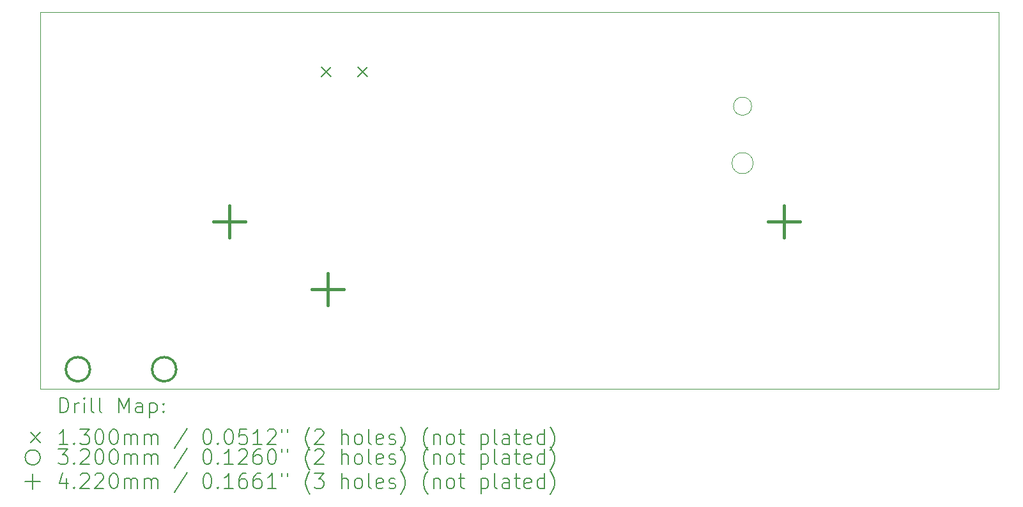
<source format=gbr>
%TF.GenerationSoftware,KiCad,Pcbnew,8.0.0-rc1*%
%TF.CreationDate,2024-01-27T15:59:48+03:00*%
%TF.ProjectId,RP2040_minimal,52503230-3430-45f6-9d69-6e696d616c2e,REV1*%
%TF.SameCoordinates,Original*%
%TF.FileFunction,Drillmap*%
%TF.FilePolarity,Positive*%
%FSLAX45Y45*%
G04 Gerber Fmt 4.5, Leading zero omitted, Abs format (unit mm)*
G04 Created by KiCad (PCBNEW 8.0.0-rc1) date 2024-01-27 15:59:48*
%MOMM*%
%LPD*%
G01*
G04 APERTURE LIST*
%ADD10C,0.050000*%
%ADD11C,0.200000*%
%ADD12C,0.130000*%
%ADD13C,0.320000*%
%ADD14C,0.422000*%
G04 APERTURE END LIST*
D10*
X10906250Y-8310600D02*
X23606250Y-8310600D01*
X23606250Y-13310600D01*
X10906250Y-13310600D01*
X10906250Y-8310600D01*
X20330250Y-9560600D02*
G75*
G02*
X20090250Y-9560600I-120000J0D01*
G01*
X20090250Y-9560600D02*
G75*
G02*
X20330250Y-9560600I120000J0D01*
G01*
X20350250Y-10315600D02*
G75*
G02*
X20070250Y-10315600I-140000J0D01*
G01*
X20070250Y-10315600D02*
G75*
G02*
X20350250Y-10315600I140000J0D01*
G01*
D11*
D12*
X14629250Y-9038600D02*
X14759250Y-9168600D01*
X14759250Y-9038600D02*
X14629250Y-9168600D01*
X15109250Y-9038600D02*
X15239250Y-9168600D01*
X15239250Y-9038600D02*
X15109250Y-9168600D01*
D13*
X11563000Y-13048000D02*
G75*
G02*
X11243000Y-13048000I-160000J0D01*
G01*
X11243000Y-13048000D02*
G75*
G02*
X11563000Y-13048000I160000J0D01*
G01*
X12706000Y-13048000D02*
G75*
G02*
X12386000Y-13048000I-160000J0D01*
G01*
X12386000Y-13048000D02*
G75*
G02*
X12706000Y-13048000I160000J0D01*
G01*
D14*
X13407250Y-10881600D02*
X13407250Y-11303600D01*
X13196250Y-11092600D02*
X13618250Y-11092600D01*
X14710751Y-11779600D02*
X14710751Y-12201600D01*
X14499751Y-11990600D02*
X14921751Y-11990600D01*
X20757250Y-10881600D02*
X20757250Y-11303600D01*
X20546250Y-11092600D02*
X20968250Y-11092600D01*
D11*
X11164527Y-13624584D02*
X11164527Y-13424584D01*
X11164527Y-13424584D02*
X11212146Y-13424584D01*
X11212146Y-13424584D02*
X11240717Y-13434108D01*
X11240717Y-13434108D02*
X11259765Y-13453155D01*
X11259765Y-13453155D02*
X11269289Y-13472203D01*
X11269289Y-13472203D02*
X11278812Y-13510298D01*
X11278812Y-13510298D02*
X11278812Y-13538869D01*
X11278812Y-13538869D02*
X11269289Y-13576965D01*
X11269289Y-13576965D02*
X11259765Y-13596012D01*
X11259765Y-13596012D02*
X11240717Y-13615060D01*
X11240717Y-13615060D02*
X11212146Y-13624584D01*
X11212146Y-13624584D02*
X11164527Y-13624584D01*
X11364527Y-13624584D02*
X11364527Y-13491250D01*
X11364527Y-13529346D02*
X11374051Y-13510298D01*
X11374051Y-13510298D02*
X11383574Y-13500774D01*
X11383574Y-13500774D02*
X11402622Y-13491250D01*
X11402622Y-13491250D02*
X11421670Y-13491250D01*
X11488336Y-13624584D02*
X11488336Y-13491250D01*
X11488336Y-13424584D02*
X11478812Y-13434108D01*
X11478812Y-13434108D02*
X11488336Y-13443631D01*
X11488336Y-13443631D02*
X11497860Y-13434108D01*
X11497860Y-13434108D02*
X11488336Y-13424584D01*
X11488336Y-13424584D02*
X11488336Y-13443631D01*
X11612146Y-13624584D02*
X11593098Y-13615060D01*
X11593098Y-13615060D02*
X11583574Y-13596012D01*
X11583574Y-13596012D02*
X11583574Y-13424584D01*
X11716908Y-13624584D02*
X11697860Y-13615060D01*
X11697860Y-13615060D02*
X11688336Y-13596012D01*
X11688336Y-13596012D02*
X11688336Y-13424584D01*
X11945479Y-13624584D02*
X11945479Y-13424584D01*
X11945479Y-13424584D02*
X12012146Y-13567441D01*
X12012146Y-13567441D02*
X12078812Y-13424584D01*
X12078812Y-13424584D02*
X12078812Y-13624584D01*
X12259765Y-13624584D02*
X12259765Y-13519822D01*
X12259765Y-13519822D02*
X12250241Y-13500774D01*
X12250241Y-13500774D02*
X12231193Y-13491250D01*
X12231193Y-13491250D02*
X12193098Y-13491250D01*
X12193098Y-13491250D02*
X12174051Y-13500774D01*
X12259765Y-13615060D02*
X12240717Y-13624584D01*
X12240717Y-13624584D02*
X12193098Y-13624584D01*
X12193098Y-13624584D02*
X12174051Y-13615060D01*
X12174051Y-13615060D02*
X12164527Y-13596012D01*
X12164527Y-13596012D02*
X12164527Y-13576965D01*
X12164527Y-13576965D02*
X12174051Y-13557917D01*
X12174051Y-13557917D02*
X12193098Y-13548393D01*
X12193098Y-13548393D02*
X12240717Y-13548393D01*
X12240717Y-13548393D02*
X12259765Y-13538869D01*
X12355003Y-13491250D02*
X12355003Y-13691250D01*
X12355003Y-13500774D02*
X12374051Y-13491250D01*
X12374051Y-13491250D02*
X12412146Y-13491250D01*
X12412146Y-13491250D02*
X12431193Y-13500774D01*
X12431193Y-13500774D02*
X12440717Y-13510298D01*
X12440717Y-13510298D02*
X12450241Y-13529346D01*
X12450241Y-13529346D02*
X12450241Y-13586488D01*
X12450241Y-13586488D02*
X12440717Y-13605536D01*
X12440717Y-13605536D02*
X12431193Y-13615060D01*
X12431193Y-13615060D02*
X12412146Y-13624584D01*
X12412146Y-13624584D02*
X12374051Y-13624584D01*
X12374051Y-13624584D02*
X12355003Y-13615060D01*
X12535955Y-13605536D02*
X12545479Y-13615060D01*
X12545479Y-13615060D02*
X12535955Y-13624584D01*
X12535955Y-13624584D02*
X12526432Y-13615060D01*
X12526432Y-13615060D02*
X12535955Y-13605536D01*
X12535955Y-13605536D02*
X12535955Y-13624584D01*
X12535955Y-13500774D02*
X12545479Y-13510298D01*
X12545479Y-13510298D02*
X12535955Y-13519822D01*
X12535955Y-13519822D02*
X12526432Y-13510298D01*
X12526432Y-13510298D02*
X12535955Y-13500774D01*
X12535955Y-13500774D02*
X12535955Y-13519822D01*
D12*
X10773750Y-13888100D02*
X10903750Y-14018100D01*
X10903750Y-13888100D02*
X10773750Y-14018100D01*
D11*
X11269289Y-14044584D02*
X11155003Y-14044584D01*
X11212146Y-14044584D02*
X11212146Y-13844584D01*
X11212146Y-13844584D02*
X11193098Y-13873155D01*
X11193098Y-13873155D02*
X11174051Y-13892203D01*
X11174051Y-13892203D02*
X11155003Y-13901727D01*
X11355003Y-14025536D02*
X11364527Y-14035060D01*
X11364527Y-14035060D02*
X11355003Y-14044584D01*
X11355003Y-14044584D02*
X11345479Y-14035060D01*
X11345479Y-14035060D02*
X11355003Y-14025536D01*
X11355003Y-14025536D02*
X11355003Y-14044584D01*
X11431193Y-13844584D02*
X11555003Y-13844584D01*
X11555003Y-13844584D02*
X11488336Y-13920774D01*
X11488336Y-13920774D02*
X11516908Y-13920774D01*
X11516908Y-13920774D02*
X11535955Y-13930298D01*
X11535955Y-13930298D02*
X11545479Y-13939822D01*
X11545479Y-13939822D02*
X11555003Y-13958869D01*
X11555003Y-13958869D02*
X11555003Y-14006488D01*
X11555003Y-14006488D02*
X11545479Y-14025536D01*
X11545479Y-14025536D02*
X11535955Y-14035060D01*
X11535955Y-14035060D02*
X11516908Y-14044584D01*
X11516908Y-14044584D02*
X11459765Y-14044584D01*
X11459765Y-14044584D02*
X11440717Y-14035060D01*
X11440717Y-14035060D02*
X11431193Y-14025536D01*
X11678812Y-13844584D02*
X11697860Y-13844584D01*
X11697860Y-13844584D02*
X11716908Y-13854108D01*
X11716908Y-13854108D02*
X11726432Y-13863631D01*
X11726432Y-13863631D02*
X11735955Y-13882679D01*
X11735955Y-13882679D02*
X11745479Y-13920774D01*
X11745479Y-13920774D02*
X11745479Y-13968393D01*
X11745479Y-13968393D02*
X11735955Y-14006488D01*
X11735955Y-14006488D02*
X11726432Y-14025536D01*
X11726432Y-14025536D02*
X11716908Y-14035060D01*
X11716908Y-14035060D02*
X11697860Y-14044584D01*
X11697860Y-14044584D02*
X11678812Y-14044584D01*
X11678812Y-14044584D02*
X11659765Y-14035060D01*
X11659765Y-14035060D02*
X11650241Y-14025536D01*
X11650241Y-14025536D02*
X11640717Y-14006488D01*
X11640717Y-14006488D02*
X11631193Y-13968393D01*
X11631193Y-13968393D02*
X11631193Y-13920774D01*
X11631193Y-13920774D02*
X11640717Y-13882679D01*
X11640717Y-13882679D02*
X11650241Y-13863631D01*
X11650241Y-13863631D02*
X11659765Y-13854108D01*
X11659765Y-13854108D02*
X11678812Y-13844584D01*
X11869289Y-13844584D02*
X11888336Y-13844584D01*
X11888336Y-13844584D02*
X11907384Y-13854108D01*
X11907384Y-13854108D02*
X11916908Y-13863631D01*
X11916908Y-13863631D02*
X11926432Y-13882679D01*
X11926432Y-13882679D02*
X11935955Y-13920774D01*
X11935955Y-13920774D02*
X11935955Y-13968393D01*
X11935955Y-13968393D02*
X11926432Y-14006488D01*
X11926432Y-14006488D02*
X11916908Y-14025536D01*
X11916908Y-14025536D02*
X11907384Y-14035060D01*
X11907384Y-14035060D02*
X11888336Y-14044584D01*
X11888336Y-14044584D02*
X11869289Y-14044584D01*
X11869289Y-14044584D02*
X11850241Y-14035060D01*
X11850241Y-14035060D02*
X11840717Y-14025536D01*
X11840717Y-14025536D02*
X11831193Y-14006488D01*
X11831193Y-14006488D02*
X11821670Y-13968393D01*
X11821670Y-13968393D02*
X11821670Y-13920774D01*
X11821670Y-13920774D02*
X11831193Y-13882679D01*
X11831193Y-13882679D02*
X11840717Y-13863631D01*
X11840717Y-13863631D02*
X11850241Y-13854108D01*
X11850241Y-13854108D02*
X11869289Y-13844584D01*
X12021670Y-14044584D02*
X12021670Y-13911250D01*
X12021670Y-13930298D02*
X12031193Y-13920774D01*
X12031193Y-13920774D02*
X12050241Y-13911250D01*
X12050241Y-13911250D02*
X12078813Y-13911250D01*
X12078813Y-13911250D02*
X12097860Y-13920774D01*
X12097860Y-13920774D02*
X12107384Y-13939822D01*
X12107384Y-13939822D02*
X12107384Y-14044584D01*
X12107384Y-13939822D02*
X12116908Y-13920774D01*
X12116908Y-13920774D02*
X12135955Y-13911250D01*
X12135955Y-13911250D02*
X12164527Y-13911250D01*
X12164527Y-13911250D02*
X12183574Y-13920774D01*
X12183574Y-13920774D02*
X12193098Y-13939822D01*
X12193098Y-13939822D02*
X12193098Y-14044584D01*
X12288336Y-14044584D02*
X12288336Y-13911250D01*
X12288336Y-13930298D02*
X12297860Y-13920774D01*
X12297860Y-13920774D02*
X12316908Y-13911250D01*
X12316908Y-13911250D02*
X12345479Y-13911250D01*
X12345479Y-13911250D02*
X12364527Y-13920774D01*
X12364527Y-13920774D02*
X12374051Y-13939822D01*
X12374051Y-13939822D02*
X12374051Y-14044584D01*
X12374051Y-13939822D02*
X12383574Y-13920774D01*
X12383574Y-13920774D02*
X12402622Y-13911250D01*
X12402622Y-13911250D02*
X12431193Y-13911250D01*
X12431193Y-13911250D02*
X12450241Y-13920774D01*
X12450241Y-13920774D02*
X12459765Y-13939822D01*
X12459765Y-13939822D02*
X12459765Y-14044584D01*
X12850241Y-13835060D02*
X12678813Y-14092203D01*
X13107384Y-13844584D02*
X13126432Y-13844584D01*
X13126432Y-13844584D02*
X13145479Y-13854108D01*
X13145479Y-13854108D02*
X13155003Y-13863631D01*
X13155003Y-13863631D02*
X13164527Y-13882679D01*
X13164527Y-13882679D02*
X13174051Y-13920774D01*
X13174051Y-13920774D02*
X13174051Y-13968393D01*
X13174051Y-13968393D02*
X13164527Y-14006488D01*
X13164527Y-14006488D02*
X13155003Y-14025536D01*
X13155003Y-14025536D02*
X13145479Y-14035060D01*
X13145479Y-14035060D02*
X13126432Y-14044584D01*
X13126432Y-14044584D02*
X13107384Y-14044584D01*
X13107384Y-14044584D02*
X13088336Y-14035060D01*
X13088336Y-14035060D02*
X13078813Y-14025536D01*
X13078813Y-14025536D02*
X13069289Y-14006488D01*
X13069289Y-14006488D02*
X13059765Y-13968393D01*
X13059765Y-13968393D02*
X13059765Y-13920774D01*
X13059765Y-13920774D02*
X13069289Y-13882679D01*
X13069289Y-13882679D02*
X13078813Y-13863631D01*
X13078813Y-13863631D02*
X13088336Y-13854108D01*
X13088336Y-13854108D02*
X13107384Y-13844584D01*
X13259765Y-14025536D02*
X13269289Y-14035060D01*
X13269289Y-14035060D02*
X13259765Y-14044584D01*
X13259765Y-14044584D02*
X13250241Y-14035060D01*
X13250241Y-14035060D02*
X13259765Y-14025536D01*
X13259765Y-14025536D02*
X13259765Y-14044584D01*
X13393098Y-13844584D02*
X13412146Y-13844584D01*
X13412146Y-13844584D02*
X13431194Y-13854108D01*
X13431194Y-13854108D02*
X13440717Y-13863631D01*
X13440717Y-13863631D02*
X13450241Y-13882679D01*
X13450241Y-13882679D02*
X13459765Y-13920774D01*
X13459765Y-13920774D02*
X13459765Y-13968393D01*
X13459765Y-13968393D02*
X13450241Y-14006488D01*
X13450241Y-14006488D02*
X13440717Y-14025536D01*
X13440717Y-14025536D02*
X13431194Y-14035060D01*
X13431194Y-14035060D02*
X13412146Y-14044584D01*
X13412146Y-14044584D02*
X13393098Y-14044584D01*
X13393098Y-14044584D02*
X13374051Y-14035060D01*
X13374051Y-14035060D02*
X13364527Y-14025536D01*
X13364527Y-14025536D02*
X13355003Y-14006488D01*
X13355003Y-14006488D02*
X13345479Y-13968393D01*
X13345479Y-13968393D02*
X13345479Y-13920774D01*
X13345479Y-13920774D02*
X13355003Y-13882679D01*
X13355003Y-13882679D02*
X13364527Y-13863631D01*
X13364527Y-13863631D02*
X13374051Y-13854108D01*
X13374051Y-13854108D02*
X13393098Y-13844584D01*
X13640717Y-13844584D02*
X13545479Y-13844584D01*
X13545479Y-13844584D02*
X13535956Y-13939822D01*
X13535956Y-13939822D02*
X13545479Y-13930298D01*
X13545479Y-13930298D02*
X13564527Y-13920774D01*
X13564527Y-13920774D02*
X13612146Y-13920774D01*
X13612146Y-13920774D02*
X13631194Y-13930298D01*
X13631194Y-13930298D02*
X13640717Y-13939822D01*
X13640717Y-13939822D02*
X13650241Y-13958869D01*
X13650241Y-13958869D02*
X13650241Y-14006488D01*
X13650241Y-14006488D02*
X13640717Y-14025536D01*
X13640717Y-14025536D02*
X13631194Y-14035060D01*
X13631194Y-14035060D02*
X13612146Y-14044584D01*
X13612146Y-14044584D02*
X13564527Y-14044584D01*
X13564527Y-14044584D02*
X13545479Y-14035060D01*
X13545479Y-14035060D02*
X13535956Y-14025536D01*
X13840717Y-14044584D02*
X13726432Y-14044584D01*
X13783575Y-14044584D02*
X13783575Y-13844584D01*
X13783575Y-13844584D02*
X13764527Y-13873155D01*
X13764527Y-13873155D02*
X13745479Y-13892203D01*
X13745479Y-13892203D02*
X13726432Y-13901727D01*
X13916908Y-13863631D02*
X13926432Y-13854108D01*
X13926432Y-13854108D02*
X13945479Y-13844584D01*
X13945479Y-13844584D02*
X13993098Y-13844584D01*
X13993098Y-13844584D02*
X14012146Y-13854108D01*
X14012146Y-13854108D02*
X14021670Y-13863631D01*
X14021670Y-13863631D02*
X14031194Y-13882679D01*
X14031194Y-13882679D02*
X14031194Y-13901727D01*
X14031194Y-13901727D02*
X14021670Y-13930298D01*
X14021670Y-13930298D02*
X13907384Y-14044584D01*
X13907384Y-14044584D02*
X14031194Y-14044584D01*
X14107384Y-13844584D02*
X14107384Y-13882679D01*
X14183575Y-13844584D02*
X14183575Y-13882679D01*
X14478813Y-14120774D02*
X14469289Y-14111250D01*
X14469289Y-14111250D02*
X14450241Y-14082679D01*
X14450241Y-14082679D02*
X14440718Y-14063631D01*
X14440718Y-14063631D02*
X14431194Y-14035060D01*
X14431194Y-14035060D02*
X14421670Y-13987441D01*
X14421670Y-13987441D02*
X14421670Y-13949346D01*
X14421670Y-13949346D02*
X14431194Y-13901727D01*
X14431194Y-13901727D02*
X14440718Y-13873155D01*
X14440718Y-13873155D02*
X14450241Y-13854108D01*
X14450241Y-13854108D02*
X14469289Y-13825536D01*
X14469289Y-13825536D02*
X14478813Y-13816012D01*
X14545479Y-13863631D02*
X14555003Y-13854108D01*
X14555003Y-13854108D02*
X14574051Y-13844584D01*
X14574051Y-13844584D02*
X14621670Y-13844584D01*
X14621670Y-13844584D02*
X14640718Y-13854108D01*
X14640718Y-13854108D02*
X14650241Y-13863631D01*
X14650241Y-13863631D02*
X14659765Y-13882679D01*
X14659765Y-13882679D02*
X14659765Y-13901727D01*
X14659765Y-13901727D02*
X14650241Y-13930298D01*
X14650241Y-13930298D02*
X14535956Y-14044584D01*
X14535956Y-14044584D02*
X14659765Y-14044584D01*
X14897860Y-14044584D02*
X14897860Y-13844584D01*
X14983575Y-14044584D02*
X14983575Y-13939822D01*
X14983575Y-13939822D02*
X14974051Y-13920774D01*
X14974051Y-13920774D02*
X14955003Y-13911250D01*
X14955003Y-13911250D02*
X14926432Y-13911250D01*
X14926432Y-13911250D02*
X14907384Y-13920774D01*
X14907384Y-13920774D02*
X14897860Y-13930298D01*
X15107384Y-14044584D02*
X15088337Y-14035060D01*
X15088337Y-14035060D02*
X15078813Y-14025536D01*
X15078813Y-14025536D02*
X15069289Y-14006488D01*
X15069289Y-14006488D02*
X15069289Y-13949346D01*
X15069289Y-13949346D02*
X15078813Y-13930298D01*
X15078813Y-13930298D02*
X15088337Y-13920774D01*
X15088337Y-13920774D02*
X15107384Y-13911250D01*
X15107384Y-13911250D02*
X15135956Y-13911250D01*
X15135956Y-13911250D02*
X15155003Y-13920774D01*
X15155003Y-13920774D02*
X15164527Y-13930298D01*
X15164527Y-13930298D02*
X15174051Y-13949346D01*
X15174051Y-13949346D02*
X15174051Y-14006488D01*
X15174051Y-14006488D02*
X15164527Y-14025536D01*
X15164527Y-14025536D02*
X15155003Y-14035060D01*
X15155003Y-14035060D02*
X15135956Y-14044584D01*
X15135956Y-14044584D02*
X15107384Y-14044584D01*
X15288337Y-14044584D02*
X15269289Y-14035060D01*
X15269289Y-14035060D02*
X15259765Y-14016012D01*
X15259765Y-14016012D02*
X15259765Y-13844584D01*
X15440718Y-14035060D02*
X15421670Y-14044584D01*
X15421670Y-14044584D02*
X15383575Y-14044584D01*
X15383575Y-14044584D02*
X15364527Y-14035060D01*
X15364527Y-14035060D02*
X15355003Y-14016012D01*
X15355003Y-14016012D02*
X15355003Y-13939822D01*
X15355003Y-13939822D02*
X15364527Y-13920774D01*
X15364527Y-13920774D02*
X15383575Y-13911250D01*
X15383575Y-13911250D02*
X15421670Y-13911250D01*
X15421670Y-13911250D02*
X15440718Y-13920774D01*
X15440718Y-13920774D02*
X15450241Y-13939822D01*
X15450241Y-13939822D02*
X15450241Y-13958869D01*
X15450241Y-13958869D02*
X15355003Y-13977917D01*
X15526432Y-14035060D02*
X15545480Y-14044584D01*
X15545480Y-14044584D02*
X15583575Y-14044584D01*
X15583575Y-14044584D02*
X15602622Y-14035060D01*
X15602622Y-14035060D02*
X15612146Y-14016012D01*
X15612146Y-14016012D02*
X15612146Y-14006488D01*
X15612146Y-14006488D02*
X15602622Y-13987441D01*
X15602622Y-13987441D02*
X15583575Y-13977917D01*
X15583575Y-13977917D02*
X15555003Y-13977917D01*
X15555003Y-13977917D02*
X15535956Y-13968393D01*
X15535956Y-13968393D02*
X15526432Y-13949346D01*
X15526432Y-13949346D02*
X15526432Y-13939822D01*
X15526432Y-13939822D02*
X15535956Y-13920774D01*
X15535956Y-13920774D02*
X15555003Y-13911250D01*
X15555003Y-13911250D02*
X15583575Y-13911250D01*
X15583575Y-13911250D02*
X15602622Y-13920774D01*
X15678813Y-14120774D02*
X15688337Y-14111250D01*
X15688337Y-14111250D02*
X15707384Y-14082679D01*
X15707384Y-14082679D02*
X15716908Y-14063631D01*
X15716908Y-14063631D02*
X15726432Y-14035060D01*
X15726432Y-14035060D02*
X15735956Y-13987441D01*
X15735956Y-13987441D02*
X15735956Y-13949346D01*
X15735956Y-13949346D02*
X15726432Y-13901727D01*
X15726432Y-13901727D02*
X15716908Y-13873155D01*
X15716908Y-13873155D02*
X15707384Y-13854108D01*
X15707384Y-13854108D02*
X15688337Y-13825536D01*
X15688337Y-13825536D02*
X15678813Y-13816012D01*
X16040718Y-14120774D02*
X16031194Y-14111250D01*
X16031194Y-14111250D02*
X16012146Y-14082679D01*
X16012146Y-14082679D02*
X16002622Y-14063631D01*
X16002622Y-14063631D02*
X15993099Y-14035060D01*
X15993099Y-14035060D02*
X15983575Y-13987441D01*
X15983575Y-13987441D02*
X15983575Y-13949346D01*
X15983575Y-13949346D02*
X15993099Y-13901727D01*
X15993099Y-13901727D02*
X16002622Y-13873155D01*
X16002622Y-13873155D02*
X16012146Y-13854108D01*
X16012146Y-13854108D02*
X16031194Y-13825536D01*
X16031194Y-13825536D02*
X16040718Y-13816012D01*
X16116908Y-13911250D02*
X16116908Y-14044584D01*
X16116908Y-13930298D02*
X16126432Y-13920774D01*
X16126432Y-13920774D02*
X16145480Y-13911250D01*
X16145480Y-13911250D02*
X16174051Y-13911250D01*
X16174051Y-13911250D02*
X16193099Y-13920774D01*
X16193099Y-13920774D02*
X16202622Y-13939822D01*
X16202622Y-13939822D02*
X16202622Y-14044584D01*
X16326432Y-14044584D02*
X16307384Y-14035060D01*
X16307384Y-14035060D02*
X16297861Y-14025536D01*
X16297861Y-14025536D02*
X16288337Y-14006488D01*
X16288337Y-14006488D02*
X16288337Y-13949346D01*
X16288337Y-13949346D02*
X16297861Y-13930298D01*
X16297861Y-13930298D02*
X16307384Y-13920774D01*
X16307384Y-13920774D02*
X16326432Y-13911250D01*
X16326432Y-13911250D02*
X16355003Y-13911250D01*
X16355003Y-13911250D02*
X16374051Y-13920774D01*
X16374051Y-13920774D02*
X16383575Y-13930298D01*
X16383575Y-13930298D02*
X16393099Y-13949346D01*
X16393099Y-13949346D02*
X16393099Y-14006488D01*
X16393099Y-14006488D02*
X16383575Y-14025536D01*
X16383575Y-14025536D02*
X16374051Y-14035060D01*
X16374051Y-14035060D02*
X16355003Y-14044584D01*
X16355003Y-14044584D02*
X16326432Y-14044584D01*
X16450242Y-13911250D02*
X16526432Y-13911250D01*
X16478813Y-13844584D02*
X16478813Y-14016012D01*
X16478813Y-14016012D02*
X16488337Y-14035060D01*
X16488337Y-14035060D02*
X16507384Y-14044584D01*
X16507384Y-14044584D02*
X16526432Y-14044584D01*
X16745480Y-13911250D02*
X16745480Y-14111250D01*
X16745480Y-13920774D02*
X16764527Y-13911250D01*
X16764527Y-13911250D02*
X16802623Y-13911250D01*
X16802623Y-13911250D02*
X16821670Y-13920774D01*
X16821670Y-13920774D02*
X16831194Y-13930298D01*
X16831194Y-13930298D02*
X16840718Y-13949346D01*
X16840718Y-13949346D02*
X16840718Y-14006488D01*
X16840718Y-14006488D02*
X16831194Y-14025536D01*
X16831194Y-14025536D02*
X16821670Y-14035060D01*
X16821670Y-14035060D02*
X16802623Y-14044584D01*
X16802623Y-14044584D02*
X16764527Y-14044584D01*
X16764527Y-14044584D02*
X16745480Y-14035060D01*
X16955004Y-14044584D02*
X16935956Y-14035060D01*
X16935956Y-14035060D02*
X16926432Y-14016012D01*
X16926432Y-14016012D02*
X16926432Y-13844584D01*
X17116908Y-14044584D02*
X17116908Y-13939822D01*
X17116908Y-13939822D02*
X17107385Y-13920774D01*
X17107385Y-13920774D02*
X17088337Y-13911250D01*
X17088337Y-13911250D02*
X17050242Y-13911250D01*
X17050242Y-13911250D02*
X17031194Y-13920774D01*
X17116908Y-14035060D02*
X17097861Y-14044584D01*
X17097861Y-14044584D02*
X17050242Y-14044584D01*
X17050242Y-14044584D02*
X17031194Y-14035060D01*
X17031194Y-14035060D02*
X17021670Y-14016012D01*
X17021670Y-14016012D02*
X17021670Y-13996965D01*
X17021670Y-13996965D02*
X17031194Y-13977917D01*
X17031194Y-13977917D02*
X17050242Y-13968393D01*
X17050242Y-13968393D02*
X17097861Y-13968393D01*
X17097861Y-13968393D02*
X17116908Y-13958869D01*
X17183575Y-13911250D02*
X17259765Y-13911250D01*
X17212146Y-13844584D02*
X17212146Y-14016012D01*
X17212146Y-14016012D02*
X17221670Y-14035060D01*
X17221670Y-14035060D02*
X17240718Y-14044584D01*
X17240718Y-14044584D02*
X17259765Y-14044584D01*
X17402623Y-14035060D02*
X17383575Y-14044584D01*
X17383575Y-14044584D02*
X17345480Y-14044584D01*
X17345480Y-14044584D02*
X17326432Y-14035060D01*
X17326432Y-14035060D02*
X17316908Y-14016012D01*
X17316908Y-14016012D02*
X17316908Y-13939822D01*
X17316908Y-13939822D02*
X17326432Y-13920774D01*
X17326432Y-13920774D02*
X17345480Y-13911250D01*
X17345480Y-13911250D02*
X17383575Y-13911250D01*
X17383575Y-13911250D02*
X17402623Y-13920774D01*
X17402623Y-13920774D02*
X17412146Y-13939822D01*
X17412146Y-13939822D02*
X17412146Y-13958869D01*
X17412146Y-13958869D02*
X17316908Y-13977917D01*
X17583575Y-14044584D02*
X17583575Y-13844584D01*
X17583575Y-14035060D02*
X17564527Y-14044584D01*
X17564527Y-14044584D02*
X17526432Y-14044584D01*
X17526432Y-14044584D02*
X17507385Y-14035060D01*
X17507385Y-14035060D02*
X17497861Y-14025536D01*
X17497861Y-14025536D02*
X17488337Y-14006488D01*
X17488337Y-14006488D02*
X17488337Y-13949346D01*
X17488337Y-13949346D02*
X17497861Y-13930298D01*
X17497861Y-13930298D02*
X17507385Y-13920774D01*
X17507385Y-13920774D02*
X17526432Y-13911250D01*
X17526432Y-13911250D02*
X17564527Y-13911250D01*
X17564527Y-13911250D02*
X17583575Y-13920774D01*
X17659766Y-14120774D02*
X17669289Y-14111250D01*
X17669289Y-14111250D02*
X17688337Y-14082679D01*
X17688337Y-14082679D02*
X17697861Y-14063631D01*
X17697861Y-14063631D02*
X17707385Y-14035060D01*
X17707385Y-14035060D02*
X17716908Y-13987441D01*
X17716908Y-13987441D02*
X17716908Y-13949346D01*
X17716908Y-13949346D02*
X17707385Y-13901727D01*
X17707385Y-13901727D02*
X17697861Y-13873155D01*
X17697861Y-13873155D02*
X17688337Y-13854108D01*
X17688337Y-13854108D02*
X17669289Y-13825536D01*
X17669289Y-13825536D02*
X17659766Y-13816012D01*
X10903750Y-14217100D02*
G75*
G02*
X10703750Y-14217100I-100000J0D01*
G01*
X10703750Y-14217100D02*
G75*
G02*
X10903750Y-14217100I100000J0D01*
G01*
X11145479Y-14108584D02*
X11269289Y-14108584D01*
X11269289Y-14108584D02*
X11202622Y-14184774D01*
X11202622Y-14184774D02*
X11231193Y-14184774D01*
X11231193Y-14184774D02*
X11250241Y-14194298D01*
X11250241Y-14194298D02*
X11259765Y-14203822D01*
X11259765Y-14203822D02*
X11269289Y-14222869D01*
X11269289Y-14222869D02*
X11269289Y-14270488D01*
X11269289Y-14270488D02*
X11259765Y-14289536D01*
X11259765Y-14289536D02*
X11250241Y-14299060D01*
X11250241Y-14299060D02*
X11231193Y-14308584D01*
X11231193Y-14308584D02*
X11174051Y-14308584D01*
X11174051Y-14308584D02*
X11155003Y-14299060D01*
X11155003Y-14299060D02*
X11145479Y-14289536D01*
X11355003Y-14289536D02*
X11364527Y-14299060D01*
X11364527Y-14299060D02*
X11355003Y-14308584D01*
X11355003Y-14308584D02*
X11345479Y-14299060D01*
X11345479Y-14299060D02*
X11355003Y-14289536D01*
X11355003Y-14289536D02*
X11355003Y-14308584D01*
X11440717Y-14127631D02*
X11450241Y-14118108D01*
X11450241Y-14118108D02*
X11469289Y-14108584D01*
X11469289Y-14108584D02*
X11516908Y-14108584D01*
X11516908Y-14108584D02*
X11535955Y-14118108D01*
X11535955Y-14118108D02*
X11545479Y-14127631D01*
X11545479Y-14127631D02*
X11555003Y-14146679D01*
X11555003Y-14146679D02*
X11555003Y-14165727D01*
X11555003Y-14165727D02*
X11545479Y-14194298D01*
X11545479Y-14194298D02*
X11431193Y-14308584D01*
X11431193Y-14308584D02*
X11555003Y-14308584D01*
X11678812Y-14108584D02*
X11697860Y-14108584D01*
X11697860Y-14108584D02*
X11716908Y-14118108D01*
X11716908Y-14118108D02*
X11726432Y-14127631D01*
X11726432Y-14127631D02*
X11735955Y-14146679D01*
X11735955Y-14146679D02*
X11745479Y-14184774D01*
X11745479Y-14184774D02*
X11745479Y-14232393D01*
X11745479Y-14232393D02*
X11735955Y-14270488D01*
X11735955Y-14270488D02*
X11726432Y-14289536D01*
X11726432Y-14289536D02*
X11716908Y-14299060D01*
X11716908Y-14299060D02*
X11697860Y-14308584D01*
X11697860Y-14308584D02*
X11678812Y-14308584D01*
X11678812Y-14308584D02*
X11659765Y-14299060D01*
X11659765Y-14299060D02*
X11650241Y-14289536D01*
X11650241Y-14289536D02*
X11640717Y-14270488D01*
X11640717Y-14270488D02*
X11631193Y-14232393D01*
X11631193Y-14232393D02*
X11631193Y-14184774D01*
X11631193Y-14184774D02*
X11640717Y-14146679D01*
X11640717Y-14146679D02*
X11650241Y-14127631D01*
X11650241Y-14127631D02*
X11659765Y-14118108D01*
X11659765Y-14118108D02*
X11678812Y-14108584D01*
X11869289Y-14108584D02*
X11888336Y-14108584D01*
X11888336Y-14108584D02*
X11907384Y-14118108D01*
X11907384Y-14118108D02*
X11916908Y-14127631D01*
X11916908Y-14127631D02*
X11926432Y-14146679D01*
X11926432Y-14146679D02*
X11935955Y-14184774D01*
X11935955Y-14184774D02*
X11935955Y-14232393D01*
X11935955Y-14232393D02*
X11926432Y-14270488D01*
X11926432Y-14270488D02*
X11916908Y-14289536D01*
X11916908Y-14289536D02*
X11907384Y-14299060D01*
X11907384Y-14299060D02*
X11888336Y-14308584D01*
X11888336Y-14308584D02*
X11869289Y-14308584D01*
X11869289Y-14308584D02*
X11850241Y-14299060D01*
X11850241Y-14299060D02*
X11840717Y-14289536D01*
X11840717Y-14289536D02*
X11831193Y-14270488D01*
X11831193Y-14270488D02*
X11821670Y-14232393D01*
X11821670Y-14232393D02*
X11821670Y-14184774D01*
X11821670Y-14184774D02*
X11831193Y-14146679D01*
X11831193Y-14146679D02*
X11840717Y-14127631D01*
X11840717Y-14127631D02*
X11850241Y-14118108D01*
X11850241Y-14118108D02*
X11869289Y-14108584D01*
X12021670Y-14308584D02*
X12021670Y-14175250D01*
X12021670Y-14194298D02*
X12031193Y-14184774D01*
X12031193Y-14184774D02*
X12050241Y-14175250D01*
X12050241Y-14175250D02*
X12078813Y-14175250D01*
X12078813Y-14175250D02*
X12097860Y-14184774D01*
X12097860Y-14184774D02*
X12107384Y-14203822D01*
X12107384Y-14203822D02*
X12107384Y-14308584D01*
X12107384Y-14203822D02*
X12116908Y-14184774D01*
X12116908Y-14184774D02*
X12135955Y-14175250D01*
X12135955Y-14175250D02*
X12164527Y-14175250D01*
X12164527Y-14175250D02*
X12183574Y-14184774D01*
X12183574Y-14184774D02*
X12193098Y-14203822D01*
X12193098Y-14203822D02*
X12193098Y-14308584D01*
X12288336Y-14308584D02*
X12288336Y-14175250D01*
X12288336Y-14194298D02*
X12297860Y-14184774D01*
X12297860Y-14184774D02*
X12316908Y-14175250D01*
X12316908Y-14175250D02*
X12345479Y-14175250D01*
X12345479Y-14175250D02*
X12364527Y-14184774D01*
X12364527Y-14184774D02*
X12374051Y-14203822D01*
X12374051Y-14203822D02*
X12374051Y-14308584D01*
X12374051Y-14203822D02*
X12383574Y-14184774D01*
X12383574Y-14184774D02*
X12402622Y-14175250D01*
X12402622Y-14175250D02*
X12431193Y-14175250D01*
X12431193Y-14175250D02*
X12450241Y-14184774D01*
X12450241Y-14184774D02*
X12459765Y-14203822D01*
X12459765Y-14203822D02*
X12459765Y-14308584D01*
X12850241Y-14099060D02*
X12678813Y-14356203D01*
X13107384Y-14108584D02*
X13126432Y-14108584D01*
X13126432Y-14108584D02*
X13145479Y-14118108D01*
X13145479Y-14118108D02*
X13155003Y-14127631D01*
X13155003Y-14127631D02*
X13164527Y-14146679D01*
X13164527Y-14146679D02*
X13174051Y-14184774D01*
X13174051Y-14184774D02*
X13174051Y-14232393D01*
X13174051Y-14232393D02*
X13164527Y-14270488D01*
X13164527Y-14270488D02*
X13155003Y-14289536D01*
X13155003Y-14289536D02*
X13145479Y-14299060D01*
X13145479Y-14299060D02*
X13126432Y-14308584D01*
X13126432Y-14308584D02*
X13107384Y-14308584D01*
X13107384Y-14308584D02*
X13088336Y-14299060D01*
X13088336Y-14299060D02*
X13078813Y-14289536D01*
X13078813Y-14289536D02*
X13069289Y-14270488D01*
X13069289Y-14270488D02*
X13059765Y-14232393D01*
X13059765Y-14232393D02*
X13059765Y-14184774D01*
X13059765Y-14184774D02*
X13069289Y-14146679D01*
X13069289Y-14146679D02*
X13078813Y-14127631D01*
X13078813Y-14127631D02*
X13088336Y-14118108D01*
X13088336Y-14118108D02*
X13107384Y-14108584D01*
X13259765Y-14289536D02*
X13269289Y-14299060D01*
X13269289Y-14299060D02*
X13259765Y-14308584D01*
X13259765Y-14308584D02*
X13250241Y-14299060D01*
X13250241Y-14299060D02*
X13259765Y-14289536D01*
X13259765Y-14289536D02*
X13259765Y-14308584D01*
X13459765Y-14308584D02*
X13345479Y-14308584D01*
X13402622Y-14308584D02*
X13402622Y-14108584D01*
X13402622Y-14108584D02*
X13383575Y-14137155D01*
X13383575Y-14137155D02*
X13364527Y-14156203D01*
X13364527Y-14156203D02*
X13345479Y-14165727D01*
X13535956Y-14127631D02*
X13545479Y-14118108D01*
X13545479Y-14118108D02*
X13564527Y-14108584D01*
X13564527Y-14108584D02*
X13612146Y-14108584D01*
X13612146Y-14108584D02*
X13631194Y-14118108D01*
X13631194Y-14118108D02*
X13640717Y-14127631D01*
X13640717Y-14127631D02*
X13650241Y-14146679D01*
X13650241Y-14146679D02*
X13650241Y-14165727D01*
X13650241Y-14165727D02*
X13640717Y-14194298D01*
X13640717Y-14194298D02*
X13526432Y-14308584D01*
X13526432Y-14308584D02*
X13650241Y-14308584D01*
X13821670Y-14108584D02*
X13783575Y-14108584D01*
X13783575Y-14108584D02*
X13764527Y-14118108D01*
X13764527Y-14118108D02*
X13755003Y-14127631D01*
X13755003Y-14127631D02*
X13735956Y-14156203D01*
X13735956Y-14156203D02*
X13726432Y-14194298D01*
X13726432Y-14194298D02*
X13726432Y-14270488D01*
X13726432Y-14270488D02*
X13735956Y-14289536D01*
X13735956Y-14289536D02*
X13745479Y-14299060D01*
X13745479Y-14299060D02*
X13764527Y-14308584D01*
X13764527Y-14308584D02*
X13802622Y-14308584D01*
X13802622Y-14308584D02*
X13821670Y-14299060D01*
X13821670Y-14299060D02*
X13831194Y-14289536D01*
X13831194Y-14289536D02*
X13840717Y-14270488D01*
X13840717Y-14270488D02*
X13840717Y-14222869D01*
X13840717Y-14222869D02*
X13831194Y-14203822D01*
X13831194Y-14203822D02*
X13821670Y-14194298D01*
X13821670Y-14194298D02*
X13802622Y-14184774D01*
X13802622Y-14184774D02*
X13764527Y-14184774D01*
X13764527Y-14184774D02*
X13745479Y-14194298D01*
X13745479Y-14194298D02*
X13735956Y-14203822D01*
X13735956Y-14203822D02*
X13726432Y-14222869D01*
X13964527Y-14108584D02*
X13983575Y-14108584D01*
X13983575Y-14108584D02*
X14002622Y-14118108D01*
X14002622Y-14118108D02*
X14012146Y-14127631D01*
X14012146Y-14127631D02*
X14021670Y-14146679D01*
X14021670Y-14146679D02*
X14031194Y-14184774D01*
X14031194Y-14184774D02*
X14031194Y-14232393D01*
X14031194Y-14232393D02*
X14021670Y-14270488D01*
X14021670Y-14270488D02*
X14012146Y-14289536D01*
X14012146Y-14289536D02*
X14002622Y-14299060D01*
X14002622Y-14299060D02*
X13983575Y-14308584D01*
X13983575Y-14308584D02*
X13964527Y-14308584D01*
X13964527Y-14308584D02*
X13945479Y-14299060D01*
X13945479Y-14299060D02*
X13935956Y-14289536D01*
X13935956Y-14289536D02*
X13926432Y-14270488D01*
X13926432Y-14270488D02*
X13916908Y-14232393D01*
X13916908Y-14232393D02*
X13916908Y-14184774D01*
X13916908Y-14184774D02*
X13926432Y-14146679D01*
X13926432Y-14146679D02*
X13935956Y-14127631D01*
X13935956Y-14127631D02*
X13945479Y-14118108D01*
X13945479Y-14118108D02*
X13964527Y-14108584D01*
X14107384Y-14108584D02*
X14107384Y-14146679D01*
X14183575Y-14108584D02*
X14183575Y-14146679D01*
X14478813Y-14384774D02*
X14469289Y-14375250D01*
X14469289Y-14375250D02*
X14450241Y-14346679D01*
X14450241Y-14346679D02*
X14440718Y-14327631D01*
X14440718Y-14327631D02*
X14431194Y-14299060D01*
X14431194Y-14299060D02*
X14421670Y-14251441D01*
X14421670Y-14251441D02*
X14421670Y-14213346D01*
X14421670Y-14213346D02*
X14431194Y-14165727D01*
X14431194Y-14165727D02*
X14440718Y-14137155D01*
X14440718Y-14137155D02*
X14450241Y-14118108D01*
X14450241Y-14118108D02*
X14469289Y-14089536D01*
X14469289Y-14089536D02*
X14478813Y-14080012D01*
X14545479Y-14127631D02*
X14555003Y-14118108D01*
X14555003Y-14118108D02*
X14574051Y-14108584D01*
X14574051Y-14108584D02*
X14621670Y-14108584D01*
X14621670Y-14108584D02*
X14640718Y-14118108D01*
X14640718Y-14118108D02*
X14650241Y-14127631D01*
X14650241Y-14127631D02*
X14659765Y-14146679D01*
X14659765Y-14146679D02*
X14659765Y-14165727D01*
X14659765Y-14165727D02*
X14650241Y-14194298D01*
X14650241Y-14194298D02*
X14535956Y-14308584D01*
X14535956Y-14308584D02*
X14659765Y-14308584D01*
X14897860Y-14308584D02*
X14897860Y-14108584D01*
X14983575Y-14308584D02*
X14983575Y-14203822D01*
X14983575Y-14203822D02*
X14974051Y-14184774D01*
X14974051Y-14184774D02*
X14955003Y-14175250D01*
X14955003Y-14175250D02*
X14926432Y-14175250D01*
X14926432Y-14175250D02*
X14907384Y-14184774D01*
X14907384Y-14184774D02*
X14897860Y-14194298D01*
X15107384Y-14308584D02*
X15088337Y-14299060D01*
X15088337Y-14299060D02*
X15078813Y-14289536D01*
X15078813Y-14289536D02*
X15069289Y-14270488D01*
X15069289Y-14270488D02*
X15069289Y-14213346D01*
X15069289Y-14213346D02*
X15078813Y-14194298D01*
X15078813Y-14194298D02*
X15088337Y-14184774D01*
X15088337Y-14184774D02*
X15107384Y-14175250D01*
X15107384Y-14175250D02*
X15135956Y-14175250D01*
X15135956Y-14175250D02*
X15155003Y-14184774D01*
X15155003Y-14184774D02*
X15164527Y-14194298D01*
X15164527Y-14194298D02*
X15174051Y-14213346D01*
X15174051Y-14213346D02*
X15174051Y-14270488D01*
X15174051Y-14270488D02*
X15164527Y-14289536D01*
X15164527Y-14289536D02*
X15155003Y-14299060D01*
X15155003Y-14299060D02*
X15135956Y-14308584D01*
X15135956Y-14308584D02*
X15107384Y-14308584D01*
X15288337Y-14308584D02*
X15269289Y-14299060D01*
X15269289Y-14299060D02*
X15259765Y-14280012D01*
X15259765Y-14280012D02*
X15259765Y-14108584D01*
X15440718Y-14299060D02*
X15421670Y-14308584D01*
X15421670Y-14308584D02*
X15383575Y-14308584D01*
X15383575Y-14308584D02*
X15364527Y-14299060D01*
X15364527Y-14299060D02*
X15355003Y-14280012D01*
X15355003Y-14280012D02*
X15355003Y-14203822D01*
X15355003Y-14203822D02*
X15364527Y-14184774D01*
X15364527Y-14184774D02*
X15383575Y-14175250D01*
X15383575Y-14175250D02*
X15421670Y-14175250D01*
X15421670Y-14175250D02*
X15440718Y-14184774D01*
X15440718Y-14184774D02*
X15450241Y-14203822D01*
X15450241Y-14203822D02*
X15450241Y-14222869D01*
X15450241Y-14222869D02*
X15355003Y-14241917D01*
X15526432Y-14299060D02*
X15545480Y-14308584D01*
X15545480Y-14308584D02*
X15583575Y-14308584D01*
X15583575Y-14308584D02*
X15602622Y-14299060D01*
X15602622Y-14299060D02*
X15612146Y-14280012D01*
X15612146Y-14280012D02*
X15612146Y-14270488D01*
X15612146Y-14270488D02*
X15602622Y-14251441D01*
X15602622Y-14251441D02*
X15583575Y-14241917D01*
X15583575Y-14241917D02*
X15555003Y-14241917D01*
X15555003Y-14241917D02*
X15535956Y-14232393D01*
X15535956Y-14232393D02*
X15526432Y-14213346D01*
X15526432Y-14213346D02*
X15526432Y-14203822D01*
X15526432Y-14203822D02*
X15535956Y-14184774D01*
X15535956Y-14184774D02*
X15555003Y-14175250D01*
X15555003Y-14175250D02*
X15583575Y-14175250D01*
X15583575Y-14175250D02*
X15602622Y-14184774D01*
X15678813Y-14384774D02*
X15688337Y-14375250D01*
X15688337Y-14375250D02*
X15707384Y-14346679D01*
X15707384Y-14346679D02*
X15716908Y-14327631D01*
X15716908Y-14327631D02*
X15726432Y-14299060D01*
X15726432Y-14299060D02*
X15735956Y-14251441D01*
X15735956Y-14251441D02*
X15735956Y-14213346D01*
X15735956Y-14213346D02*
X15726432Y-14165727D01*
X15726432Y-14165727D02*
X15716908Y-14137155D01*
X15716908Y-14137155D02*
X15707384Y-14118108D01*
X15707384Y-14118108D02*
X15688337Y-14089536D01*
X15688337Y-14089536D02*
X15678813Y-14080012D01*
X16040718Y-14384774D02*
X16031194Y-14375250D01*
X16031194Y-14375250D02*
X16012146Y-14346679D01*
X16012146Y-14346679D02*
X16002622Y-14327631D01*
X16002622Y-14327631D02*
X15993099Y-14299060D01*
X15993099Y-14299060D02*
X15983575Y-14251441D01*
X15983575Y-14251441D02*
X15983575Y-14213346D01*
X15983575Y-14213346D02*
X15993099Y-14165727D01*
X15993099Y-14165727D02*
X16002622Y-14137155D01*
X16002622Y-14137155D02*
X16012146Y-14118108D01*
X16012146Y-14118108D02*
X16031194Y-14089536D01*
X16031194Y-14089536D02*
X16040718Y-14080012D01*
X16116908Y-14175250D02*
X16116908Y-14308584D01*
X16116908Y-14194298D02*
X16126432Y-14184774D01*
X16126432Y-14184774D02*
X16145480Y-14175250D01*
X16145480Y-14175250D02*
X16174051Y-14175250D01*
X16174051Y-14175250D02*
X16193099Y-14184774D01*
X16193099Y-14184774D02*
X16202622Y-14203822D01*
X16202622Y-14203822D02*
X16202622Y-14308584D01*
X16326432Y-14308584D02*
X16307384Y-14299060D01*
X16307384Y-14299060D02*
X16297861Y-14289536D01*
X16297861Y-14289536D02*
X16288337Y-14270488D01*
X16288337Y-14270488D02*
X16288337Y-14213346D01*
X16288337Y-14213346D02*
X16297861Y-14194298D01*
X16297861Y-14194298D02*
X16307384Y-14184774D01*
X16307384Y-14184774D02*
X16326432Y-14175250D01*
X16326432Y-14175250D02*
X16355003Y-14175250D01*
X16355003Y-14175250D02*
X16374051Y-14184774D01*
X16374051Y-14184774D02*
X16383575Y-14194298D01*
X16383575Y-14194298D02*
X16393099Y-14213346D01*
X16393099Y-14213346D02*
X16393099Y-14270488D01*
X16393099Y-14270488D02*
X16383575Y-14289536D01*
X16383575Y-14289536D02*
X16374051Y-14299060D01*
X16374051Y-14299060D02*
X16355003Y-14308584D01*
X16355003Y-14308584D02*
X16326432Y-14308584D01*
X16450242Y-14175250D02*
X16526432Y-14175250D01*
X16478813Y-14108584D02*
X16478813Y-14280012D01*
X16478813Y-14280012D02*
X16488337Y-14299060D01*
X16488337Y-14299060D02*
X16507384Y-14308584D01*
X16507384Y-14308584D02*
X16526432Y-14308584D01*
X16745480Y-14175250D02*
X16745480Y-14375250D01*
X16745480Y-14184774D02*
X16764527Y-14175250D01*
X16764527Y-14175250D02*
X16802623Y-14175250D01*
X16802623Y-14175250D02*
X16821670Y-14184774D01*
X16821670Y-14184774D02*
X16831194Y-14194298D01*
X16831194Y-14194298D02*
X16840718Y-14213346D01*
X16840718Y-14213346D02*
X16840718Y-14270488D01*
X16840718Y-14270488D02*
X16831194Y-14289536D01*
X16831194Y-14289536D02*
X16821670Y-14299060D01*
X16821670Y-14299060D02*
X16802623Y-14308584D01*
X16802623Y-14308584D02*
X16764527Y-14308584D01*
X16764527Y-14308584D02*
X16745480Y-14299060D01*
X16955004Y-14308584D02*
X16935956Y-14299060D01*
X16935956Y-14299060D02*
X16926432Y-14280012D01*
X16926432Y-14280012D02*
X16926432Y-14108584D01*
X17116908Y-14308584D02*
X17116908Y-14203822D01*
X17116908Y-14203822D02*
X17107385Y-14184774D01*
X17107385Y-14184774D02*
X17088337Y-14175250D01*
X17088337Y-14175250D02*
X17050242Y-14175250D01*
X17050242Y-14175250D02*
X17031194Y-14184774D01*
X17116908Y-14299060D02*
X17097861Y-14308584D01*
X17097861Y-14308584D02*
X17050242Y-14308584D01*
X17050242Y-14308584D02*
X17031194Y-14299060D01*
X17031194Y-14299060D02*
X17021670Y-14280012D01*
X17021670Y-14280012D02*
X17021670Y-14260965D01*
X17021670Y-14260965D02*
X17031194Y-14241917D01*
X17031194Y-14241917D02*
X17050242Y-14232393D01*
X17050242Y-14232393D02*
X17097861Y-14232393D01*
X17097861Y-14232393D02*
X17116908Y-14222869D01*
X17183575Y-14175250D02*
X17259765Y-14175250D01*
X17212146Y-14108584D02*
X17212146Y-14280012D01*
X17212146Y-14280012D02*
X17221670Y-14299060D01*
X17221670Y-14299060D02*
X17240718Y-14308584D01*
X17240718Y-14308584D02*
X17259765Y-14308584D01*
X17402623Y-14299060D02*
X17383575Y-14308584D01*
X17383575Y-14308584D02*
X17345480Y-14308584D01*
X17345480Y-14308584D02*
X17326432Y-14299060D01*
X17326432Y-14299060D02*
X17316908Y-14280012D01*
X17316908Y-14280012D02*
X17316908Y-14203822D01*
X17316908Y-14203822D02*
X17326432Y-14184774D01*
X17326432Y-14184774D02*
X17345480Y-14175250D01*
X17345480Y-14175250D02*
X17383575Y-14175250D01*
X17383575Y-14175250D02*
X17402623Y-14184774D01*
X17402623Y-14184774D02*
X17412146Y-14203822D01*
X17412146Y-14203822D02*
X17412146Y-14222869D01*
X17412146Y-14222869D02*
X17316908Y-14241917D01*
X17583575Y-14308584D02*
X17583575Y-14108584D01*
X17583575Y-14299060D02*
X17564527Y-14308584D01*
X17564527Y-14308584D02*
X17526432Y-14308584D01*
X17526432Y-14308584D02*
X17507385Y-14299060D01*
X17507385Y-14299060D02*
X17497861Y-14289536D01*
X17497861Y-14289536D02*
X17488337Y-14270488D01*
X17488337Y-14270488D02*
X17488337Y-14213346D01*
X17488337Y-14213346D02*
X17497861Y-14194298D01*
X17497861Y-14194298D02*
X17507385Y-14184774D01*
X17507385Y-14184774D02*
X17526432Y-14175250D01*
X17526432Y-14175250D02*
X17564527Y-14175250D01*
X17564527Y-14175250D02*
X17583575Y-14184774D01*
X17659766Y-14384774D02*
X17669289Y-14375250D01*
X17669289Y-14375250D02*
X17688337Y-14346679D01*
X17688337Y-14346679D02*
X17697861Y-14327631D01*
X17697861Y-14327631D02*
X17707385Y-14299060D01*
X17707385Y-14299060D02*
X17716908Y-14251441D01*
X17716908Y-14251441D02*
X17716908Y-14213346D01*
X17716908Y-14213346D02*
X17707385Y-14165727D01*
X17707385Y-14165727D02*
X17697861Y-14137155D01*
X17697861Y-14137155D02*
X17688337Y-14118108D01*
X17688337Y-14118108D02*
X17669289Y-14089536D01*
X17669289Y-14089536D02*
X17659766Y-14080012D01*
X10803750Y-14437100D02*
X10803750Y-14637100D01*
X10703750Y-14537100D02*
X10903750Y-14537100D01*
X11250241Y-14495250D02*
X11250241Y-14628584D01*
X11202622Y-14419060D02*
X11155003Y-14561917D01*
X11155003Y-14561917D02*
X11278812Y-14561917D01*
X11355003Y-14609536D02*
X11364527Y-14619060D01*
X11364527Y-14619060D02*
X11355003Y-14628584D01*
X11355003Y-14628584D02*
X11345479Y-14619060D01*
X11345479Y-14619060D02*
X11355003Y-14609536D01*
X11355003Y-14609536D02*
X11355003Y-14628584D01*
X11440717Y-14447631D02*
X11450241Y-14438108D01*
X11450241Y-14438108D02*
X11469289Y-14428584D01*
X11469289Y-14428584D02*
X11516908Y-14428584D01*
X11516908Y-14428584D02*
X11535955Y-14438108D01*
X11535955Y-14438108D02*
X11545479Y-14447631D01*
X11545479Y-14447631D02*
X11555003Y-14466679D01*
X11555003Y-14466679D02*
X11555003Y-14485727D01*
X11555003Y-14485727D02*
X11545479Y-14514298D01*
X11545479Y-14514298D02*
X11431193Y-14628584D01*
X11431193Y-14628584D02*
X11555003Y-14628584D01*
X11631193Y-14447631D02*
X11640717Y-14438108D01*
X11640717Y-14438108D02*
X11659765Y-14428584D01*
X11659765Y-14428584D02*
X11707384Y-14428584D01*
X11707384Y-14428584D02*
X11726432Y-14438108D01*
X11726432Y-14438108D02*
X11735955Y-14447631D01*
X11735955Y-14447631D02*
X11745479Y-14466679D01*
X11745479Y-14466679D02*
X11745479Y-14485727D01*
X11745479Y-14485727D02*
X11735955Y-14514298D01*
X11735955Y-14514298D02*
X11621670Y-14628584D01*
X11621670Y-14628584D02*
X11745479Y-14628584D01*
X11869289Y-14428584D02*
X11888336Y-14428584D01*
X11888336Y-14428584D02*
X11907384Y-14438108D01*
X11907384Y-14438108D02*
X11916908Y-14447631D01*
X11916908Y-14447631D02*
X11926432Y-14466679D01*
X11926432Y-14466679D02*
X11935955Y-14504774D01*
X11935955Y-14504774D02*
X11935955Y-14552393D01*
X11935955Y-14552393D02*
X11926432Y-14590488D01*
X11926432Y-14590488D02*
X11916908Y-14609536D01*
X11916908Y-14609536D02*
X11907384Y-14619060D01*
X11907384Y-14619060D02*
X11888336Y-14628584D01*
X11888336Y-14628584D02*
X11869289Y-14628584D01*
X11869289Y-14628584D02*
X11850241Y-14619060D01*
X11850241Y-14619060D02*
X11840717Y-14609536D01*
X11840717Y-14609536D02*
X11831193Y-14590488D01*
X11831193Y-14590488D02*
X11821670Y-14552393D01*
X11821670Y-14552393D02*
X11821670Y-14504774D01*
X11821670Y-14504774D02*
X11831193Y-14466679D01*
X11831193Y-14466679D02*
X11840717Y-14447631D01*
X11840717Y-14447631D02*
X11850241Y-14438108D01*
X11850241Y-14438108D02*
X11869289Y-14428584D01*
X12021670Y-14628584D02*
X12021670Y-14495250D01*
X12021670Y-14514298D02*
X12031193Y-14504774D01*
X12031193Y-14504774D02*
X12050241Y-14495250D01*
X12050241Y-14495250D02*
X12078813Y-14495250D01*
X12078813Y-14495250D02*
X12097860Y-14504774D01*
X12097860Y-14504774D02*
X12107384Y-14523822D01*
X12107384Y-14523822D02*
X12107384Y-14628584D01*
X12107384Y-14523822D02*
X12116908Y-14504774D01*
X12116908Y-14504774D02*
X12135955Y-14495250D01*
X12135955Y-14495250D02*
X12164527Y-14495250D01*
X12164527Y-14495250D02*
X12183574Y-14504774D01*
X12183574Y-14504774D02*
X12193098Y-14523822D01*
X12193098Y-14523822D02*
X12193098Y-14628584D01*
X12288336Y-14628584D02*
X12288336Y-14495250D01*
X12288336Y-14514298D02*
X12297860Y-14504774D01*
X12297860Y-14504774D02*
X12316908Y-14495250D01*
X12316908Y-14495250D02*
X12345479Y-14495250D01*
X12345479Y-14495250D02*
X12364527Y-14504774D01*
X12364527Y-14504774D02*
X12374051Y-14523822D01*
X12374051Y-14523822D02*
X12374051Y-14628584D01*
X12374051Y-14523822D02*
X12383574Y-14504774D01*
X12383574Y-14504774D02*
X12402622Y-14495250D01*
X12402622Y-14495250D02*
X12431193Y-14495250D01*
X12431193Y-14495250D02*
X12450241Y-14504774D01*
X12450241Y-14504774D02*
X12459765Y-14523822D01*
X12459765Y-14523822D02*
X12459765Y-14628584D01*
X12850241Y-14419060D02*
X12678813Y-14676203D01*
X13107384Y-14428584D02*
X13126432Y-14428584D01*
X13126432Y-14428584D02*
X13145479Y-14438108D01*
X13145479Y-14438108D02*
X13155003Y-14447631D01*
X13155003Y-14447631D02*
X13164527Y-14466679D01*
X13164527Y-14466679D02*
X13174051Y-14504774D01*
X13174051Y-14504774D02*
X13174051Y-14552393D01*
X13174051Y-14552393D02*
X13164527Y-14590488D01*
X13164527Y-14590488D02*
X13155003Y-14609536D01*
X13155003Y-14609536D02*
X13145479Y-14619060D01*
X13145479Y-14619060D02*
X13126432Y-14628584D01*
X13126432Y-14628584D02*
X13107384Y-14628584D01*
X13107384Y-14628584D02*
X13088336Y-14619060D01*
X13088336Y-14619060D02*
X13078813Y-14609536D01*
X13078813Y-14609536D02*
X13069289Y-14590488D01*
X13069289Y-14590488D02*
X13059765Y-14552393D01*
X13059765Y-14552393D02*
X13059765Y-14504774D01*
X13059765Y-14504774D02*
X13069289Y-14466679D01*
X13069289Y-14466679D02*
X13078813Y-14447631D01*
X13078813Y-14447631D02*
X13088336Y-14438108D01*
X13088336Y-14438108D02*
X13107384Y-14428584D01*
X13259765Y-14609536D02*
X13269289Y-14619060D01*
X13269289Y-14619060D02*
X13259765Y-14628584D01*
X13259765Y-14628584D02*
X13250241Y-14619060D01*
X13250241Y-14619060D02*
X13259765Y-14609536D01*
X13259765Y-14609536D02*
X13259765Y-14628584D01*
X13459765Y-14628584D02*
X13345479Y-14628584D01*
X13402622Y-14628584D02*
X13402622Y-14428584D01*
X13402622Y-14428584D02*
X13383575Y-14457155D01*
X13383575Y-14457155D02*
X13364527Y-14476203D01*
X13364527Y-14476203D02*
X13345479Y-14485727D01*
X13631194Y-14428584D02*
X13593098Y-14428584D01*
X13593098Y-14428584D02*
X13574051Y-14438108D01*
X13574051Y-14438108D02*
X13564527Y-14447631D01*
X13564527Y-14447631D02*
X13545479Y-14476203D01*
X13545479Y-14476203D02*
X13535956Y-14514298D01*
X13535956Y-14514298D02*
X13535956Y-14590488D01*
X13535956Y-14590488D02*
X13545479Y-14609536D01*
X13545479Y-14609536D02*
X13555003Y-14619060D01*
X13555003Y-14619060D02*
X13574051Y-14628584D01*
X13574051Y-14628584D02*
X13612146Y-14628584D01*
X13612146Y-14628584D02*
X13631194Y-14619060D01*
X13631194Y-14619060D02*
X13640717Y-14609536D01*
X13640717Y-14609536D02*
X13650241Y-14590488D01*
X13650241Y-14590488D02*
X13650241Y-14542869D01*
X13650241Y-14542869D02*
X13640717Y-14523822D01*
X13640717Y-14523822D02*
X13631194Y-14514298D01*
X13631194Y-14514298D02*
X13612146Y-14504774D01*
X13612146Y-14504774D02*
X13574051Y-14504774D01*
X13574051Y-14504774D02*
X13555003Y-14514298D01*
X13555003Y-14514298D02*
X13545479Y-14523822D01*
X13545479Y-14523822D02*
X13535956Y-14542869D01*
X13821670Y-14428584D02*
X13783575Y-14428584D01*
X13783575Y-14428584D02*
X13764527Y-14438108D01*
X13764527Y-14438108D02*
X13755003Y-14447631D01*
X13755003Y-14447631D02*
X13735956Y-14476203D01*
X13735956Y-14476203D02*
X13726432Y-14514298D01*
X13726432Y-14514298D02*
X13726432Y-14590488D01*
X13726432Y-14590488D02*
X13735956Y-14609536D01*
X13735956Y-14609536D02*
X13745479Y-14619060D01*
X13745479Y-14619060D02*
X13764527Y-14628584D01*
X13764527Y-14628584D02*
X13802622Y-14628584D01*
X13802622Y-14628584D02*
X13821670Y-14619060D01*
X13821670Y-14619060D02*
X13831194Y-14609536D01*
X13831194Y-14609536D02*
X13840717Y-14590488D01*
X13840717Y-14590488D02*
X13840717Y-14542869D01*
X13840717Y-14542869D02*
X13831194Y-14523822D01*
X13831194Y-14523822D02*
X13821670Y-14514298D01*
X13821670Y-14514298D02*
X13802622Y-14504774D01*
X13802622Y-14504774D02*
X13764527Y-14504774D01*
X13764527Y-14504774D02*
X13745479Y-14514298D01*
X13745479Y-14514298D02*
X13735956Y-14523822D01*
X13735956Y-14523822D02*
X13726432Y-14542869D01*
X14031194Y-14628584D02*
X13916908Y-14628584D01*
X13974051Y-14628584D02*
X13974051Y-14428584D01*
X13974051Y-14428584D02*
X13955003Y-14457155D01*
X13955003Y-14457155D02*
X13935956Y-14476203D01*
X13935956Y-14476203D02*
X13916908Y-14485727D01*
X14107384Y-14428584D02*
X14107384Y-14466679D01*
X14183575Y-14428584D02*
X14183575Y-14466679D01*
X14478813Y-14704774D02*
X14469289Y-14695250D01*
X14469289Y-14695250D02*
X14450241Y-14666679D01*
X14450241Y-14666679D02*
X14440718Y-14647631D01*
X14440718Y-14647631D02*
X14431194Y-14619060D01*
X14431194Y-14619060D02*
X14421670Y-14571441D01*
X14421670Y-14571441D02*
X14421670Y-14533346D01*
X14421670Y-14533346D02*
X14431194Y-14485727D01*
X14431194Y-14485727D02*
X14440718Y-14457155D01*
X14440718Y-14457155D02*
X14450241Y-14438108D01*
X14450241Y-14438108D02*
X14469289Y-14409536D01*
X14469289Y-14409536D02*
X14478813Y-14400012D01*
X14535956Y-14428584D02*
X14659765Y-14428584D01*
X14659765Y-14428584D02*
X14593098Y-14504774D01*
X14593098Y-14504774D02*
X14621670Y-14504774D01*
X14621670Y-14504774D02*
X14640718Y-14514298D01*
X14640718Y-14514298D02*
X14650241Y-14523822D01*
X14650241Y-14523822D02*
X14659765Y-14542869D01*
X14659765Y-14542869D02*
X14659765Y-14590488D01*
X14659765Y-14590488D02*
X14650241Y-14609536D01*
X14650241Y-14609536D02*
X14640718Y-14619060D01*
X14640718Y-14619060D02*
X14621670Y-14628584D01*
X14621670Y-14628584D02*
X14564527Y-14628584D01*
X14564527Y-14628584D02*
X14545479Y-14619060D01*
X14545479Y-14619060D02*
X14535956Y-14609536D01*
X14897860Y-14628584D02*
X14897860Y-14428584D01*
X14983575Y-14628584D02*
X14983575Y-14523822D01*
X14983575Y-14523822D02*
X14974051Y-14504774D01*
X14974051Y-14504774D02*
X14955003Y-14495250D01*
X14955003Y-14495250D02*
X14926432Y-14495250D01*
X14926432Y-14495250D02*
X14907384Y-14504774D01*
X14907384Y-14504774D02*
X14897860Y-14514298D01*
X15107384Y-14628584D02*
X15088337Y-14619060D01*
X15088337Y-14619060D02*
X15078813Y-14609536D01*
X15078813Y-14609536D02*
X15069289Y-14590488D01*
X15069289Y-14590488D02*
X15069289Y-14533346D01*
X15069289Y-14533346D02*
X15078813Y-14514298D01*
X15078813Y-14514298D02*
X15088337Y-14504774D01*
X15088337Y-14504774D02*
X15107384Y-14495250D01*
X15107384Y-14495250D02*
X15135956Y-14495250D01*
X15135956Y-14495250D02*
X15155003Y-14504774D01*
X15155003Y-14504774D02*
X15164527Y-14514298D01*
X15164527Y-14514298D02*
X15174051Y-14533346D01*
X15174051Y-14533346D02*
X15174051Y-14590488D01*
X15174051Y-14590488D02*
X15164527Y-14609536D01*
X15164527Y-14609536D02*
X15155003Y-14619060D01*
X15155003Y-14619060D02*
X15135956Y-14628584D01*
X15135956Y-14628584D02*
X15107384Y-14628584D01*
X15288337Y-14628584D02*
X15269289Y-14619060D01*
X15269289Y-14619060D02*
X15259765Y-14600012D01*
X15259765Y-14600012D02*
X15259765Y-14428584D01*
X15440718Y-14619060D02*
X15421670Y-14628584D01*
X15421670Y-14628584D02*
X15383575Y-14628584D01*
X15383575Y-14628584D02*
X15364527Y-14619060D01*
X15364527Y-14619060D02*
X15355003Y-14600012D01*
X15355003Y-14600012D02*
X15355003Y-14523822D01*
X15355003Y-14523822D02*
X15364527Y-14504774D01*
X15364527Y-14504774D02*
X15383575Y-14495250D01*
X15383575Y-14495250D02*
X15421670Y-14495250D01*
X15421670Y-14495250D02*
X15440718Y-14504774D01*
X15440718Y-14504774D02*
X15450241Y-14523822D01*
X15450241Y-14523822D02*
X15450241Y-14542869D01*
X15450241Y-14542869D02*
X15355003Y-14561917D01*
X15526432Y-14619060D02*
X15545480Y-14628584D01*
X15545480Y-14628584D02*
X15583575Y-14628584D01*
X15583575Y-14628584D02*
X15602622Y-14619060D01*
X15602622Y-14619060D02*
X15612146Y-14600012D01*
X15612146Y-14600012D02*
X15612146Y-14590488D01*
X15612146Y-14590488D02*
X15602622Y-14571441D01*
X15602622Y-14571441D02*
X15583575Y-14561917D01*
X15583575Y-14561917D02*
X15555003Y-14561917D01*
X15555003Y-14561917D02*
X15535956Y-14552393D01*
X15535956Y-14552393D02*
X15526432Y-14533346D01*
X15526432Y-14533346D02*
X15526432Y-14523822D01*
X15526432Y-14523822D02*
X15535956Y-14504774D01*
X15535956Y-14504774D02*
X15555003Y-14495250D01*
X15555003Y-14495250D02*
X15583575Y-14495250D01*
X15583575Y-14495250D02*
X15602622Y-14504774D01*
X15678813Y-14704774D02*
X15688337Y-14695250D01*
X15688337Y-14695250D02*
X15707384Y-14666679D01*
X15707384Y-14666679D02*
X15716908Y-14647631D01*
X15716908Y-14647631D02*
X15726432Y-14619060D01*
X15726432Y-14619060D02*
X15735956Y-14571441D01*
X15735956Y-14571441D02*
X15735956Y-14533346D01*
X15735956Y-14533346D02*
X15726432Y-14485727D01*
X15726432Y-14485727D02*
X15716908Y-14457155D01*
X15716908Y-14457155D02*
X15707384Y-14438108D01*
X15707384Y-14438108D02*
X15688337Y-14409536D01*
X15688337Y-14409536D02*
X15678813Y-14400012D01*
X16040718Y-14704774D02*
X16031194Y-14695250D01*
X16031194Y-14695250D02*
X16012146Y-14666679D01*
X16012146Y-14666679D02*
X16002622Y-14647631D01*
X16002622Y-14647631D02*
X15993099Y-14619060D01*
X15993099Y-14619060D02*
X15983575Y-14571441D01*
X15983575Y-14571441D02*
X15983575Y-14533346D01*
X15983575Y-14533346D02*
X15993099Y-14485727D01*
X15993099Y-14485727D02*
X16002622Y-14457155D01*
X16002622Y-14457155D02*
X16012146Y-14438108D01*
X16012146Y-14438108D02*
X16031194Y-14409536D01*
X16031194Y-14409536D02*
X16040718Y-14400012D01*
X16116908Y-14495250D02*
X16116908Y-14628584D01*
X16116908Y-14514298D02*
X16126432Y-14504774D01*
X16126432Y-14504774D02*
X16145480Y-14495250D01*
X16145480Y-14495250D02*
X16174051Y-14495250D01*
X16174051Y-14495250D02*
X16193099Y-14504774D01*
X16193099Y-14504774D02*
X16202622Y-14523822D01*
X16202622Y-14523822D02*
X16202622Y-14628584D01*
X16326432Y-14628584D02*
X16307384Y-14619060D01*
X16307384Y-14619060D02*
X16297861Y-14609536D01*
X16297861Y-14609536D02*
X16288337Y-14590488D01*
X16288337Y-14590488D02*
X16288337Y-14533346D01*
X16288337Y-14533346D02*
X16297861Y-14514298D01*
X16297861Y-14514298D02*
X16307384Y-14504774D01*
X16307384Y-14504774D02*
X16326432Y-14495250D01*
X16326432Y-14495250D02*
X16355003Y-14495250D01*
X16355003Y-14495250D02*
X16374051Y-14504774D01*
X16374051Y-14504774D02*
X16383575Y-14514298D01*
X16383575Y-14514298D02*
X16393099Y-14533346D01*
X16393099Y-14533346D02*
X16393099Y-14590488D01*
X16393099Y-14590488D02*
X16383575Y-14609536D01*
X16383575Y-14609536D02*
X16374051Y-14619060D01*
X16374051Y-14619060D02*
X16355003Y-14628584D01*
X16355003Y-14628584D02*
X16326432Y-14628584D01*
X16450242Y-14495250D02*
X16526432Y-14495250D01*
X16478813Y-14428584D02*
X16478813Y-14600012D01*
X16478813Y-14600012D02*
X16488337Y-14619060D01*
X16488337Y-14619060D02*
X16507384Y-14628584D01*
X16507384Y-14628584D02*
X16526432Y-14628584D01*
X16745480Y-14495250D02*
X16745480Y-14695250D01*
X16745480Y-14504774D02*
X16764527Y-14495250D01*
X16764527Y-14495250D02*
X16802623Y-14495250D01*
X16802623Y-14495250D02*
X16821670Y-14504774D01*
X16821670Y-14504774D02*
X16831194Y-14514298D01*
X16831194Y-14514298D02*
X16840718Y-14533346D01*
X16840718Y-14533346D02*
X16840718Y-14590488D01*
X16840718Y-14590488D02*
X16831194Y-14609536D01*
X16831194Y-14609536D02*
X16821670Y-14619060D01*
X16821670Y-14619060D02*
X16802623Y-14628584D01*
X16802623Y-14628584D02*
X16764527Y-14628584D01*
X16764527Y-14628584D02*
X16745480Y-14619060D01*
X16955004Y-14628584D02*
X16935956Y-14619060D01*
X16935956Y-14619060D02*
X16926432Y-14600012D01*
X16926432Y-14600012D02*
X16926432Y-14428584D01*
X17116908Y-14628584D02*
X17116908Y-14523822D01*
X17116908Y-14523822D02*
X17107385Y-14504774D01*
X17107385Y-14504774D02*
X17088337Y-14495250D01*
X17088337Y-14495250D02*
X17050242Y-14495250D01*
X17050242Y-14495250D02*
X17031194Y-14504774D01*
X17116908Y-14619060D02*
X17097861Y-14628584D01*
X17097861Y-14628584D02*
X17050242Y-14628584D01*
X17050242Y-14628584D02*
X17031194Y-14619060D01*
X17031194Y-14619060D02*
X17021670Y-14600012D01*
X17021670Y-14600012D02*
X17021670Y-14580965D01*
X17021670Y-14580965D02*
X17031194Y-14561917D01*
X17031194Y-14561917D02*
X17050242Y-14552393D01*
X17050242Y-14552393D02*
X17097861Y-14552393D01*
X17097861Y-14552393D02*
X17116908Y-14542869D01*
X17183575Y-14495250D02*
X17259765Y-14495250D01*
X17212146Y-14428584D02*
X17212146Y-14600012D01*
X17212146Y-14600012D02*
X17221670Y-14619060D01*
X17221670Y-14619060D02*
X17240718Y-14628584D01*
X17240718Y-14628584D02*
X17259765Y-14628584D01*
X17402623Y-14619060D02*
X17383575Y-14628584D01*
X17383575Y-14628584D02*
X17345480Y-14628584D01*
X17345480Y-14628584D02*
X17326432Y-14619060D01*
X17326432Y-14619060D02*
X17316908Y-14600012D01*
X17316908Y-14600012D02*
X17316908Y-14523822D01*
X17316908Y-14523822D02*
X17326432Y-14504774D01*
X17326432Y-14504774D02*
X17345480Y-14495250D01*
X17345480Y-14495250D02*
X17383575Y-14495250D01*
X17383575Y-14495250D02*
X17402623Y-14504774D01*
X17402623Y-14504774D02*
X17412146Y-14523822D01*
X17412146Y-14523822D02*
X17412146Y-14542869D01*
X17412146Y-14542869D02*
X17316908Y-14561917D01*
X17583575Y-14628584D02*
X17583575Y-14428584D01*
X17583575Y-14619060D02*
X17564527Y-14628584D01*
X17564527Y-14628584D02*
X17526432Y-14628584D01*
X17526432Y-14628584D02*
X17507385Y-14619060D01*
X17507385Y-14619060D02*
X17497861Y-14609536D01*
X17497861Y-14609536D02*
X17488337Y-14590488D01*
X17488337Y-14590488D02*
X17488337Y-14533346D01*
X17488337Y-14533346D02*
X17497861Y-14514298D01*
X17497861Y-14514298D02*
X17507385Y-14504774D01*
X17507385Y-14504774D02*
X17526432Y-14495250D01*
X17526432Y-14495250D02*
X17564527Y-14495250D01*
X17564527Y-14495250D02*
X17583575Y-14504774D01*
X17659766Y-14704774D02*
X17669289Y-14695250D01*
X17669289Y-14695250D02*
X17688337Y-14666679D01*
X17688337Y-14666679D02*
X17697861Y-14647631D01*
X17697861Y-14647631D02*
X17707385Y-14619060D01*
X17707385Y-14619060D02*
X17716908Y-14571441D01*
X17716908Y-14571441D02*
X17716908Y-14533346D01*
X17716908Y-14533346D02*
X17707385Y-14485727D01*
X17707385Y-14485727D02*
X17697861Y-14457155D01*
X17697861Y-14457155D02*
X17688337Y-14438108D01*
X17688337Y-14438108D02*
X17669289Y-14409536D01*
X17669289Y-14409536D02*
X17659766Y-14400012D01*
M02*

</source>
